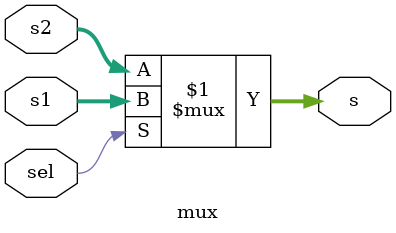
<source format=sv>
module mux (input logic [3:0] s1, s2,
			input logic sel,
			output logic [3:0] s);
			
/*
Name: Emily Kendrick
Email: ekendrick@hmc.edu
Date created: 9/6/25
Multiplexer that takes a one bit select
signal and returns one of two inputs.
*/
	
	assign s = sel ? s1 : s2;
	
endmodule
</source>
